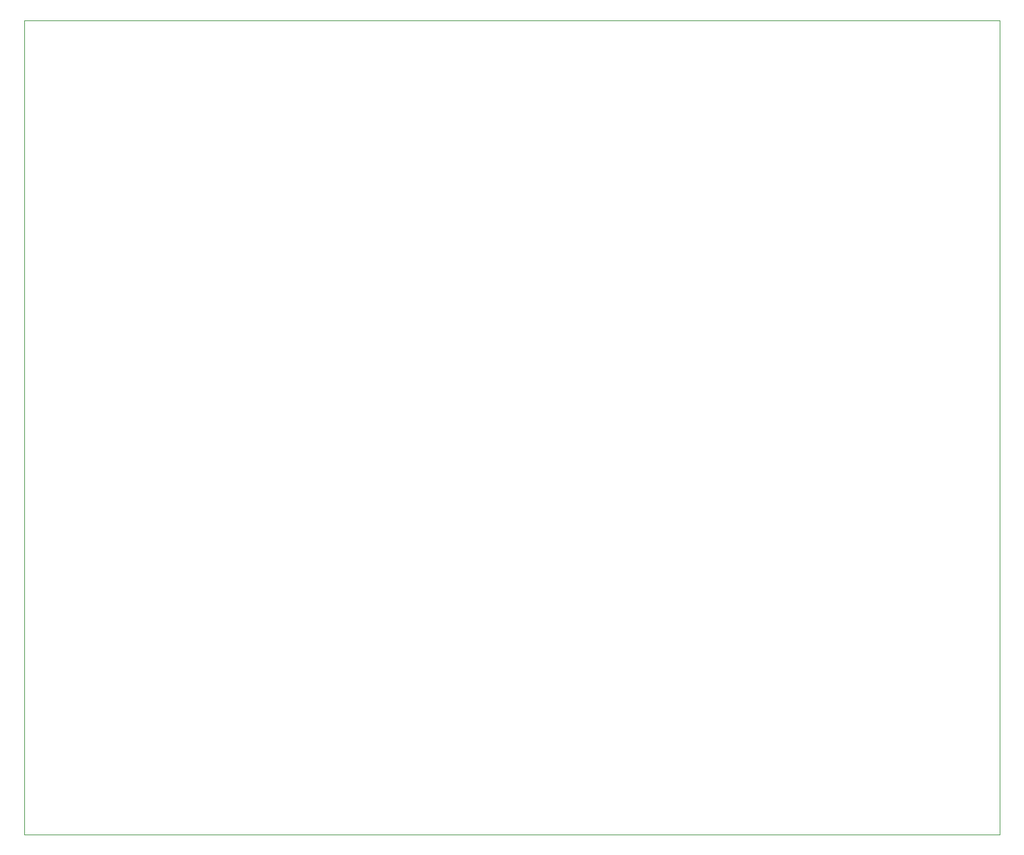
<source format=gbr>
G04 #@! TF.GenerationSoftware,KiCad,Pcbnew,(5.1.5)-3*
G04 #@! TF.CreationDate,2020-06-28T21:35:15-07:00*
G04 #@! TF.ProjectId,LED_MATRIX_SHEET_2,4c45445f-4d41-4545-9249-585f53484545,rev?*
G04 #@! TF.SameCoordinates,Original*
G04 #@! TF.FileFunction,Profile,NP*
%FSLAX46Y46*%
G04 Gerber Fmt 4.6, Leading zero omitted, Abs format (unit mm)*
G04 Created by KiCad (PCBNEW (5.1.5)-3) date 2020-06-28 21:35:15*
%MOMM*%
%LPD*%
G04 APERTURE LIST*
%ADD10C,0.025400*%
G04 APERTURE END LIST*
D10*
X23241000Y-128905000D02*
X152400000Y-128905000D01*
X23241000Y-20955000D02*
X23241000Y-128905000D01*
X152400000Y-20955000D02*
X152400000Y-128905000D01*
X23241000Y-20955000D02*
X152400000Y-20955000D01*
M02*

</source>
